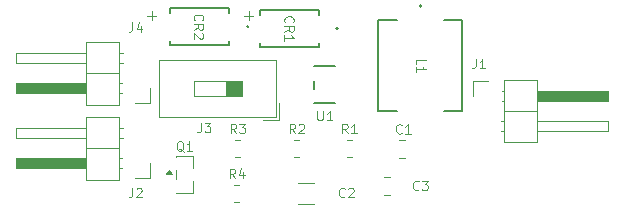
<source format=gbr>
%TF.GenerationSoftware,KiCad,Pcbnew,9.0.5*%
%TF.CreationDate,2025-11-28T10:22:16-08:00*%
%TF.ProjectId,project3_tiny_solar_power_supply,70726f6a-6563-4743-935f-74696e795f73,rev?*%
%TF.SameCoordinates,Original*%
%TF.FileFunction,Legend,Top*%
%TF.FilePolarity,Positive*%
%FSLAX46Y46*%
G04 Gerber Fmt 4.6, Leading zero omitted, Abs format (unit mm)*
G04 Created by KiCad (PCBNEW 9.0.5) date 2025-11-28 10:22:16*
%MOMM*%
%LPD*%
G01*
G04 APERTURE LIST*
%ADD10C,0.100000*%
%ADD11C,0.120000*%
%ADD12C,0.152400*%
G04 APERTURE END LIST*
D10*
X128944080Y-97607366D02*
X129705985Y-97607366D01*
X129325032Y-97988319D02*
X129325032Y-97226414D01*
X137144080Y-97607366D02*
X137905985Y-97607366D01*
X137525032Y-97988319D02*
X137525032Y-97226414D01*
X136446863Y-107578295D02*
X136180196Y-107197342D01*
X135989720Y-107578295D02*
X135989720Y-106778295D01*
X135989720Y-106778295D02*
X136294482Y-106778295D01*
X136294482Y-106778295D02*
X136370672Y-106816390D01*
X136370672Y-106816390D02*
X136408767Y-106854485D01*
X136408767Y-106854485D02*
X136446863Y-106930676D01*
X136446863Y-106930676D02*
X136446863Y-107044961D01*
X136446863Y-107044961D02*
X136408767Y-107121152D01*
X136408767Y-107121152D02*
X136370672Y-107159247D01*
X136370672Y-107159247D02*
X136294482Y-107197342D01*
X136294482Y-107197342D02*
X135989720Y-107197342D01*
X136713529Y-106778295D02*
X137208767Y-106778295D01*
X137208767Y-106778295D02*
X136942101Y-107083057D01*
X136942101Y-107083057D02*
X137056386Y-107083057D01*
X137056386Y-107083057D02*
X137132577Y-107121152D01*
X137132577Y-107121152D02*
X137170672Y-107159247D01*
X137170672Y-107159247D02*
X137208767Y-107235438D01*
X137208767Y-107235438D02*
X137208767Y-107425914D01*
X137208767Y-107425914D02*
X137170672Y-107502104D01*
X137170672Y-107502104D02*
X137132577Y-107540200D01*
X137132577Y-107540200D02*
X137056386Y-107578295D01*
X137056386Y-107578295D02*
X136827815Y-107578295D01*
X136827815Y-107578295D02*
X136751624Y-107540200D01*
X136751624Y-107540200D02*
X136713529Y-107502104D01*
X132004005Y-109129485D02*
X131927815Y-109091390D01*
X131927815Y-109091390D02*
X131851624Y-109015200D01*
X131851624Y-109015200D02*
X131737338Y-108900914D01*
X131737338Y-108900914D02*
X131661148Y-108862819D01*
X131661148Y-108862819D02*
X131584957Y-108862819D01*
X131623053Y-109053295D02*
X131546862Y-109015200D01*
X131546862Y-109015200D02*
X131470672Y-108939009D01*
X131470672Y-108939009D02*
X131432576Y-108786628D01*
X131432576Y-108786628D02*
X131432576Y-108519961D01*
X131432576Y-108519961D02*
X131470672Y-108367580D01*
X131470672Y-108367580D02*
X131546862Y-108291390D01*
X131546862Y-108291390D02*
X131623053Y-108253295D01*
X131623053Y-108253295D02*
X131775434Y-108253295D01*
X131775434Y-108253295D02*
X131851624Y-108291390D01*
X131851624Y-108291390D02*
X131927815Y-108367580D01*
X131927815Y-108367580D02*
X131965910Y-108519961D01*
X131965910Y-108519961D02*
X131965910Y-108786628D01*
X131965910Y-108786628D02*
X131927815Y-108939009D01*
X131927815Y-108939009D02*
X131851624Y-109015200D01*
X131851624Y-109015200D02*
X131775434Y-109053295D01*
X131775434Y-109053295D02*
X131623053Y-109053295D01*
X132727814Y-109053295D02*
X132270671Y-109053295D01*
X132499243Y-109053295D02*
X132499243Y-108253295D01*
X132499243Y-108253295D02*
X132423052Y-108367580D01*
X132423052Y-108367580D02*
X132346862Y-108443771D01*
X132346862Y-108443771D02*
X132270671Y-108481866D01*
X127673529Y-98180795D02*
X127673529Y-98752223D01*
X127673529Y-98752223D02*
X127635434Y-98866509D01*
X127635434Y-98866509D02*
X127559243Y-98942700D01*
X127559243Y-98942700D02*
X127444958Y-98980795D01*
X127444958Y-98980795D02*
X127368767Y-98980795D01*
X128397339Y-98447461D02*
X128397339Y-98980795D01*
X128206863Y-98142700D02*
X128016386Y-98714128D01*
X128016386Y-98714128D02*
X128511625Y-98714128D01*
X133473529Y-106680795D02*
X133473529Y-107252223D01*
X133473529Y-107252223D02*
X133435434Y-107366509D01*
X133435434Y-107366509D02*
X133359243Y-107442700D01*
X133359243Y-107442700D02*
X133244958Y-107480795D01*
X133244958Y-107480795D02*
X133168767Y-107480795D01*
X133778291Y-106680795D02*
X134273529Y-106680795D01*
X134273529Y-106680795D02*
X134006863Y-106985557D01*
X134006863Y-106985557D02*
X134121148Y-106985557D01*
X134121148Y-106985557D02*
X134197339Y-107023652D01*
X134197339Y-107023652D02*
X134235434Y-107061747D01*
X134235434Y-107061747D02*
X134273529Y-107137938D01*
X134273529Y-107137938D02*
X134273529Y-107328414D01*
X134273529Y-107328414D02*
X134235434Y-107404604D01*
X134235434Y-107404604D02*
X134197339Y-107442700D01*
X134197339Y-107442700D02*
X134121148Y-107480795D01*
X134121148Y-107480795D02*
X133892577Y-107480795D01*
X133892577Y-107480795D02*
X133816386Y-107442700D01*
X133816386Y-107442700D02*
X133778291Y-107404604D01*
X145891863Y-107578295D02*
X145625196Y-107197342D01*
X145434720Y-107578295D02*
X145434720Y-106778295D01*
X145434720Y-106778295D02*
X145739482Y-106778295D01*
X145739482Y-106778295D02*
X145815672Y-106816390D01*
X145815672Y-106816390D02*
X145853767Y-106854485D01*
X145853767Y-106854485D02*
X145891863Y-106930676D01*
X145891863Y-106930676D02*
X145891863Y-107044961D01*
X145891863Y-107044961D02*
X145853767Y-107121152D01*
X145853767Y-107121152D02*
X145815672Y-107159247D01*
X145815672Y-107159247D02*
X145739482Y-107197342D01*
X145739482Y-107197342D02*
X145434720Y-107197342D01*
X146653767Y-107578295D02*
X146196624Y-107578295D01*
X146425196Y-107578295D02*
X146425196Y-106778295D01*
X146425196Y-106778295D02*
X146349005Y-106892580D01*
X146349005Y-106892580D02*
X146272815Y-106968771D01*
X146272815Y-106968771D02*
X146196624Y-107006866D01*
X156733529Y-101280795D02*
X156733529Y-101852223D01*
X156733529Y-101852223D02*
X156695434Y-101966509D01*
X156695434Y-101966509D02*
X156619243Y-102042700D01*
X156619243Y-102042700D02*
X156504958Y-102080795D01*
X156504958Y-102080795D02*
X156428767Y-102080795D01*
X157533529Y-102080795D02*
X157076386Y-102080795D01*
X157304958Y-102080795D02*
X157304958Y-101280795D01*
X157304958Y-101280795D02*
X157228767Y-101395080D01*
X157228767Y-101395080D02*
X157152577Y-101471271D01*
X157152577Y-101471271D02*
X157076386Y-101509366D01*
X145634363Y-112917104D02*
X145596267Y-112955200D01*
X145596267Y-112955200D02*
X145481982Y-112993295D01*
X145481982Y-112993295D02*
X145405791Y-112993295D01*
X145405791Y-112993295D02*
X145291505Y-112955200D01*
X145291505Y-112955200D02*
X145215315Y-112879009D01*
X145215315Y-112879009D02*
X145177220Y-112802819D01*
X145177220Y-112802819D02*
X145139124Y-112650438D01*
X145139124Y-112650438D02*
X145139124Y-112536152D01*
X145139124Y-112536152D02*
X145177220Y-112383771D01*
X145177220Y-112383771D02*
X145215315Y-112307580D01*
X145215315Y-112307580D02*
X145291505Y-112231390D01*
X145291505Y-112231390D02*
X145405791Y-112193295D01*
X145405791Y-112193295D02*
X145481982Y-112193295D01*
X145481982Y-112193295D02*
X145596267Y-112231390D01*
X145596267Y-112231390D02*
X145634363Y-112269485D01*
X145939124Y-112269485D02*
X145977220Y-112231390D01*
X145977220Y-112231390D02*
X146053410Y-112193295D01*
X146053410Y-112193295D02*
X146243886Y-112193295D01*
X146243886Y-112193295D02*
X146320077Y-112231390D01*
X146320077Y-112231390D02*
X146358172Y-112269485D01*
X146358172Y-112269485D02*
X146396267Y-112345676D01*
X146396267Y-112345676D02*
X146396267Y-112421866D01*
X146396267Y-112421866D02*
X146358172Y-112536152D01*
X146358172Y-112536152D02*
X145901029Y-112993295D01*
X145901029Y-112993295D02*
X146396267Y-112993295D01*
X150474363Y-107517104D02*
X150436267Y-107555200D01*
X150436267Y-107555200D02*
X150321982Y-107593295D01*
X150321982Y-107593295D02*
X150245791Y-107593295D01*
X150245791Y-107593295D02*
X150131505Y-107555200D01*
X150131505Y-107555200D02*
X150055315Y-107479009D01*
X150055315Y-107479009D02*
X150017220Y-107402819D01*
X150017220Y-107402819D02*
X149979124Y-107250438D01*
X149979124Y-107250438D02*
X149979124Y-107136152D01*
X149979124Y-107136152D02*
X150017220Y-106983771D01*
X150017220Y-106983771D02*
X150055315Y-106907580D01*
X150055315Y-106907580D02*
X150131505Y-106831390D01*
X150131505Y-106831390D02*
X150245791Y-106793295D01*
X150245791Y-106793295D02*
X150321982Y-106793295D01*
X150321982Y-106793295D02*
X150436267Y-106831390D01*
X150436267Y-106831390D02*
X150474363Y-106869485D01*
X151236267Y-107593295D02*
X150779124Y-107593295D01*
X151007696Y-107593295D02*
X151007696Y-106793295D01*
X151007696Y-106793295D02*
X150931505Y-106907580D01*
X150931505Y-106907580D02*
X150855315Y-106983771D01*
X150855315Y-106983771D02*
X150779124Y-107021866D01*
X151690300Y-101707166D02*
X151690300Y-101326214D01*
X151690300Y-101326214D02*
X152490300Y-101326214D01*
X151690300Y-102392880D02*
X151690300Y-101935737D01*
X151690300Y-102164309D02*
X152490300Y-102164309D01*
X152490300Y-102164309D02*
X152376015Y-102088118D01*
X152376015Y-102088118D02*
X152299824Y-102011928D01*
X152299824Y-102011928D02*
X152261729Y-101935737D01*
X140608991Y-98179967D02*
X140570896Y-98141871D01*
X140570896Y-98141871D02*
X140532800Y-98027586D01*
X140532800Y-98027586D02*
X140532800Y-97951395D01*
X140532800Y-97951395D02*
X140570896Y-97837109D01*
X140570896Y-97837109D02*
X140647086Y-97760919D01*
X140647086Y-97760919D02*
X140723276Y-97722824D01*
X140723276Y-97722824D02*
X140875657Y-97684728D01*
X140875657Y-97684728D02*
X140989943Y-97684728D01*
X140989943Y-97684728D02*
X141142324Y-97722824D01*
X141142324Y-97722824D02*
X141218515Y-97760919D01*
X141218515Y-97760919D02*
X141294705Y-97837109D01*
X141294705Y-97837109D02*
X141332800Y-97951395D01*
X141332800Y-97951395D02*
X141332800Y-98027586D01*
X141332800Y-98027586D02*
X141294705Y-98141871D01*
X141294705Y-98141871D02*
X141256610Y-98179967D01*
X140532800Y-98979967D02*
X140913753Y-98713300D01*
X140532800Y-98522824D02*
X141332800Y-98522824D01*
X141332800Y-98522824D02*
X141332800Y-98827586D01*
X141332800Y-98827586D02*
X141294705Y-98903776D01*
X141294705Y-98903776D02*
X141256610Y-98941871D01*
X141256610Y-98941871D02*
X141180419Y-98979967D01*
X141180419Y-98979967D02*
X141066134Y-98979967D01*
X141066134Y-98979967D02*
X140989943Y-98941871D01*
X140989943Y-98941871D02*
X140951848Y-98903776D01*
X140951848Y-98903776D02*
X140913753Y-98827586D01*
X140913753Y-98827586D02*
X140913753Y-98522824D01*
X140532800Y-99741871D02*
X140532800Y-99284728D01*
X140532800Y-99513300D02*
X141332800Y-99513300D01*
X141332800Y-99513300D02*
X141218515Y-99437109D01*
X141218515Y-99437109D02*
X141142324Y-99360919D01*
X141142324Y-99360919D02*
X141104229Y-99284728D01*
X151906863Y-112299604D02*
X151868767Y-112337700D01*
X151868767Y-112337700D02*
X151754482Y-112375795D01*
X151754482Y-112375795D02*
X151678291Y-112375795D01*
X151678291Y-112375795D02*
X151564005Y-112337700D01*
X151564005Y-112337700D02*
X151487815Y-112261509D01*
X151487815Y-112261509D02*
X151449720Y-112185319D01*
X151449720Y-112185319D02*
X151411624Y-112032938D01*
X151411624Y-112032938D02*
X151411624Y-111918652D01*
X151411624Y-111918652D02*
X151449720Y-111766271D01*
X151449720Y-111766271D02*
X151487815Y-111690080D01*
X151487815Y-111690080D02*
X151564005Y-111613890D01*
X151564005Y-111613890D02*
X151678291Y-111575795D01*
X151678291Y-111575795D02*
X151754482Y-111575795D01*
X151754482Y-111575795D02*
X151868767Y-111613890D01*
X151868767Y-111613890D02*
X151906863Y-111651985D01*
X152173529Y-111575795D02*
X152668767Y-111575795D01*
X152668767Y-111575795D02*
X152402101Y-111880557D01*
X152402101Y-111880557D02*
X152516386Y-111880557D01*
X152516386Y-111880557D02*
X152592577Y-111918652D01*
X152592577Y-111918652D02*
X152630672Y-111956747D01*
X152630672Y-111956747D02*
X152668767Y-112032938D01*
X152668767Y-112032938D02*
X152668767Y-112223414D01*
X152668767Y-112223414D02*
X152630672Y-112299604D01*
X152630672Y-112299604D02*
X152592577Y-112337700D01*
X152592577Y-112337700D02*
X152516386Y-112375795D01*
X152516386Y-112375795D02*
X152287815Y-112375795D01*
X152287815Y-112375795D02*
X152211624Y-112337700D01*
X152211624Y-112337700D02*
X152173529Y-112299604D01*
X143330672Y-105680795D02*
X143330672Y-106328414D01*
X143330672Y-106328414D02*
X143368767Y-106404604D01*
X143368767Y-106404604D02*
X143406862Y-106442700D01*
X143406862Y-106442700D02*
X143483053Y-106480795D01*
X143483053Y-106480795D02*
X143635434Y-106480795D01*
X143635434Y-106480795D02*
X143711624Y-106442700D01*
X143711624Y-106442700D02*
X143749719Y-106404604D01*
X143749719Y-106404604D02*
X143787815Y-106328414D01*
X143787815Y-106328414D02*
X143787815Y-105680795D01*
X144587814Y-106480795D02*
X144130671Y-106480795D01*
X144359243Y-106480795D02*
X144359243Y-105680795D01*
X144359243Y-105680795D02*
X144283052Y-105795080D01*
X144283052Y-105795080D02*
X144206862Y-105871271D01*
X144206862Y-105871271D02*
X144130671Y-105909366D01*
X127673529Y-112180795D02*
X127673529Y-112752223D01*
X127673529Y-112752223D02*
X127635434Y-112866509D01*
X127635434Y-112866509D02*
X127559243Y-112942700D01*
X127559243Y-112942700D02*
X127444958Y-112980795D01*
X127444958Y-112980795D02*
X127368767Y-112980795D01*
X128016386Y-112256985D02*
X128054482Y-112218890D01*
X128054482Y-112218890D02*
X128130672Y-112180795D01*
X128130672Y-112180795D02*
X128321148Y-112180795D01*
X128321148Y-112180795D02*
X128397339Y-112218890D01*
X128397339Y-112218890D02*
X128435434Y-112256985D01*
X128435434Y-112256985D02*
X128473529Y-112333176D01*
X128473529Y-112333176D02*
X128473529Y-112409366D01*
X128473529Y-112409366D02*
X128435434Y-112523652D01*
X128435434Y-112523652D02*
X127978291Y-112980795D01*
X127978291Y-112980795D02*
X128473529Y-112980795D01*
X141446863Y-107578295D02*
X141180196Y-107197342D01*
X140989720Y-107578295D02*
X140989720Y-106778295D01*
X140989720Y-106778295D02*
X141294482Y-106778295D01*
X141294482Y-106778295D02*
X141370672Y-106816390D01*
X141370672Y-106816390D02*
X141408767Y-106854485D01*
X141408767Y-106854485D02*
X141446863Y-106930676D01*
X141446863Y-106930676D02*
X141446863Y-107044961D01*
X141446863Y-107044961D02*
X141408767Y-107121152D01*
X141408767Y-107121152D02*
X141370672Y-107159247D01*
X141370672Y-107159247D02*
X141294482Y-107197342D01*
X141294482Y-107197342D02*
X140989720Y-107197342D01*
X141751624Y-106854485D02*
X141789720Y-106816390D01*
X141789720Y-106816390D02*
X141865910Y-106778295D01*
X141865910Y-106778295D02*
X142056386Y-106778295D01*
X142056386Y-106778295D02*
X142132577Y-106816390D01*
X142132577Y-106816390D02*
X142170672Y-106854485D01*
X142170672Y-106854485D02*
X142208767Y-106930676D01*
X142208767Y-106930676D02*
X142208767Y-107006866D01*
X142208767Y-107006866D02*
X142170672Y-107121152D01*
X142170672Y-107121152D02*
X141713529Y-107578295D01*
X141713529Y-107578295D02*
X142208767Y-107578295D01*
X132954391Y-98014867D02*
X132916296Y-97976771D01*
X132916296Y-97976771D02*
X132878200Y-97862486D01*
X132878200Y-97862486D02*
X132878200Y-97786295D01*
X132878200Y-97786295D02*
X132916296Y-97672009D01*
X132916296Y-97672009D02*
X132992486Y-97595819D01*
X132992486Y-97595819D02*
X133068676Y-97557724D01*
X133068676Y-97557724D02*
X133221057Y-97519628D01*
X133221057Y-97519628D02*
X133335343Y-97519628D01*
X133335343Y-97519628D02*
X133487724Y-97557724D01*
X133487724Y-97557724D02*
X133563915Y-97595819D01*
X133563915Y-97595819D02*
X133640105Y-97672009D01*
X133640105Y-97672009D02*
X133678200Y-97786295D01*
X133678200Y-97786295D02*
X133678200Y-97862486D01*
X133678200Y-97862486D02*
X133640105Y-97976771D01*
X133640105Y-97976771D02*
X133602010Y-98014867D01*
X132878200Y-98814867D02*
X133259153Y-98548200D01*
X132878200Y-98357724D02*
X133678200Y-98357724D01*
X133678200Y-98357724D02*
X133678200Y-98662486D01*
X133678200Y-98662486D02*
X133640105Y-98738676D01*
X133640105Y-98738676D02*
X133602010Y-98776771D01*
X133602010Y-98776771D02*
X133525819Y-98814867D01*
X133525819Y-98814867D02*
X133411534Y-98814867D01*
X133411534Y-98814867D02*
X133335343Y-98776771D01*
X133335343Y-98776771D02*
X133297248Y-98738676D01*
X133297248Y-98738676D02*
X133259153Y-98662486D01*
X133259153Y-98662486D02*
X133259153Y-98357724D01*
X133602010Y-99119628D02*
X133640105Y-99157724D01*
X133640105Y-99157724D02*
X133678200Y-99233914D01*
X133678200Y-99233914D02*
X133678200Y-99424390D01*
X133678200Y-99424390D02*
X133640105Y-99500581D01*
X133640105Y-99500581D02*
X133602010Y-99538676D01*
X133602010Y-99538676D02*
X133525819Y-99576771D01*
X133525819Y-99576771D02*
X133449629Y-99576771D01*
X133449629Y-99576771D02*
X133335343Y-99538676D01*
X133335343Y-99538676D02*
X132878200Y-99081533D01*
X132878200Y-99081533D02*
X132878200Y-99576771D01*
X136366863Y-111388295D02*
X136100196Y-111007342D01*
X135909720Y-111388295D02*
X135909720Y-110588295D01*
X135909720Y-110588295D02*
X136214482Y-110588295D01*
X136214482Y-110588295D02*
X136290672Y-110626390D01*
X136290672Y-110626390D02*
X136328767Y-110664485D01*
X136328767Y-110664485D02*
X136366863Y-110740676D01*
X136366863Y-110740676D02*
X136366863Y-110854961D01*
X136366863Y-110854961D02*
X136328767Y-110931152D01*
X136328767Y-110931152D02*
X136290672Y-110969247D01*
X136290672Y-110969247D02*
X136214482Y-111007342D01*
X136214482Y-111007342D02*
X135909720Y-111007342D01*
X137052577Y-110854961D02*
X137052577Y-111388295D01*
X136862101Y-110550200D02*
X136671624Y-111121628D01*
X136671624Y-111121628D02*
X137166863Y-111121628D01*
D11*
%TO.C,R3*%
X136807260Y-109598400D02*
X136353132Y-109598400D01*
X136807260Y-108128400D02*
X136353132Y-108128400D01*
%TO.C,Q1*%
X131320196Y-109528400D02*
X132840196Y-109528400D01*
X131320196Y-109578400D02*
X131320196Y-109528400D01*
X131320196Y-111478400D02*
X131320196Y-110698400D01*
X131320196Y-112648400D02*
X131320196Y-112598400D01*
X132840196Y-109528400D02*
X132840196Y-110528400D01*
X132840196Y-111648400D02*
X132840196Y-112648400D01*
X132840196Y-112648400D02*
X131320196Y-112648400D01*
X131020196Y-111038400D02*
X130540196Y-111038400D01*
X130780196Y-110708400D01*
X131020196Y-111038400D01*
G36*
X131020196Y-111038400D02*
G01*
X130540196Y-111038400D01*
X130780196Y-110708400D01*
X131020196Y-111038400D01*
G37*
%TO.C,J4*%
X117775196Y-100800900D02*
X123775196Y-100800900D01*
X117775196Y-101660900D02*
X117775196Y-100800900D01*
X123775196Y-99850900D02*
X123775196Y-105150900D01*
X123775196Y-101660900D02*
X117775196Y-101660900D01*
X123775196Y-105150900D02*
X126535196Y-105150900D01*
X126535196Y-99850900D02*
X123775196Y-99850900D01*
X126535196Y-102500900D02*
X123775196Y-102500900D01*
X126535196Y-105150900D02*
X126535196Y-99850900D01*
X126765196Y-103340900D02*
X126535196Y-103340900D01*
X126765196Y-104200900D02*
X126535196Y-104200900D01*
X126847838Y-100800900D02*
X126535196Y-100800900D01*
X126847838Y-101660900D02*
X126535196Y-101660900D01*
X129195196Y-103770900D02*
X129195196Y-105040900D01*
X129195196Y-105040900D02*
X127925196Y-105040900D01*
X123775196Y-104200900D02*
X117775196Y-104200900D01*
X117775196Y-103340900D01*
X123775196Y-103340900D01*
X123775196Y-104200900D01*
G36*
X123775196Y-104200900D02*
G01*
X117775196Y-104200900D01*
X117775196Y-103340900D01*
X123775196Y-103340900D01*
X123775196Y-104200900D01*
G37*
%TO.C,J3*%
X129960196Y-106190900D02*
X129960196Y-101350900D01*
X135586863Y-104405900D02*
X135586863Y-103135900D01*
X139860196Y-101350900D02*
X129960196Y-101350900D01*
X139860196Y-106190900D02*
X129960196Y-106190900D01*
X139860196Y-106190900D02*
X139860196Y-101350900D01*
X140100196Y-106430900D02*
X138717196Y-106430900D01*
X140100196Y-106430900D02*
X140100196Y-105047900D01*
X136940196Y-104405900D02*
X132880196Y-104405900D01*
X132880196Y-103135900D01*
X136940196Y-103135900D01*
X136940196Y-104405900D01*
X136940196Y-104405900D02*
X135586863Y-104405900D01*
X135586863Y-103135900D01*
X136940196Y-103135900D01*
X136940196Y-104405900D01*
G36*
X136940196Y-104405900D02*
G01*
X135586863Y-104405900D01*
X135586863Y-103135900D01*
X136940196Y-103135900D01*
X136940196Y-104405900D01*
G37*
%TO.C,R1*%
X145798132Y-108128400D02*
X146252260Y-108128400D01*
X145798132Y-109598400D02*
X146252260Y-109598400D01*
%TO.C,J1*%
X156500196Y-103135900D02*
X157770196Y-103135900D01*
X156500196Y-104405900D02*
X156500196Y-103135900D01*
X158847554Y-106515900D02*
X159160196Y-106515900D01*
X158847554Y-107375900D02*
X159160196Y-107375900D01*
X158930196Y-103975900D02*
X159160196Y-103975900D01*
X158930196Y-104835900D02*
X159160196Y-104835900D01*
X159160196Y-103025900D02*
X159160196Y-108325900D01*
X159160196Y-105675900D02*
X161920196Y-105675900D01*
X159160196Y-108325900D02*
X161920196Y-108325900D01*
X161920196Y-103025900D02*
X159160196Y-103025900D01*
X161920196Y-106515900D02*
X167920196Y-106515900D01*
X161920196Y-108325900D02*
X161920196Y-103025900D01*
X167920196Y-106515900D02*
X167920196Y-107375900D01*
X167920196Y-107375900D02*
X161920196Y-107375900D01*
X161920196Y-103975900D02*
X167920196Y-103975900D01*
X167920196Y-104835900D01*
X161920196Y-104835900D01*
X161920196Y-103975900D01*
G36*
X161920196Y-103975900D02*
G01*
X167920196Y-103975900D01*
X167920196Y-104835900D01*
X161920196Y-104835900D01*
X161920196Y-103975900D01*
G37*
%TO.C,C2*%
X143078948Y-111763400D02*
X141656444Y-111763400D01*
X143078948Y-113583400D02*
X141656444Y-113583400D01*
%TO.C,C1*%
X150768948Y-108158400D02*
X150246444Y-108158400D01*
X150768948Y-109628400D02*
X150246444Y-109628400D01*
D12*
%TO.C,L1*%
X148499196Y-97967000D02*
X148499196Y-105714000D01*
X148499196Y-105714000D02*
X150071456Y-105714000D01*
X150071456Y-97967000D02*
X148499196Y-97967000D01*
X154038936Y-105714000D02*
X155611196Y-105714000D01*
X155611196Y-97967000D02*
X154038936Y-97967000D01*
X155611196Y-105714000D02*
X155611196Y-97967000D01*
X152131396Y-96824000D02*
G75*
G02*
X151978996Y-96824000I-76200J0D01*
G01*
X151978996Y-96824000D02*
G75*
G02*
X152131396Y-96824000I76200J0D01*
G01*
%TO.C,CR1*%
X138470596Y-97103200D02*
X138470596Y-97519760D01*
X138470596Y-99887040D02*
X138470596Y-100303600D01*
X138470596Y-100303600D02*
X143474396Y-100303600D01*
X143474396Y-97103200D02*
X138470596Y-97103200D01*
X143474396Y-97519760D02*
X143474396Y-97103200D01*
X143474396Y-100303600D02*
X143474396Y-99887040D01*
X145087296Y-98703400D02*
G75*
G02*
X144934896Y-98703400I-76200J0D01*
G01*
X144934896Y-98703400D02*
G75*
G02*
X145087296Y-98703400I76200J0D01*
G01*
D11*
%TO.C,C3*%
X148938944Y-111290900D02*
X149461448Y-111290900D01*
X148938944Y-112760900D02*
X149461448Y-112760900D01*
D12*
%TO.C,U1*%
X143036246Y-103125540D02*
X143036246Y-103801262D01*
X143036246Y-105038201D02*
X144839646Y-105038201D01*
X144839646Y-101888601D02*
X143036246Y-101888601D01*
D11*
%TO.C,J2*%
X117775196Y-107150900D02*
X123775196Y-107150900D01*
X117775196Y-108010900D02*
X117775196Y-107150900D01*
X123775196Y-106200900D02*
X123775196Y-111500900D01*
X123775196Y-108010900D02*
X117775196Y-108010900D01*
X123775196Y-111500900D02*
X126535196Y-111500900D01*
X126535196Y-106200900D02*
X123775196Y-106200900D01*
X126535196Y-108850900D02*
X123775196Y-108850900D01*
X126535196Y-111500900D02*
X126535196Y-106200900D01*
X126765196Y-109690900D02*
X126535196Y-109690900D01*
X126765196Y-110550900D02*
X126535196Y-110550900D01*
X126847838Y-107150900D02*
X126535196Y-107150900D01*
X126847838Y-108010900D02*
X126535196Y-108010900D01*
X129195196Y-110120900D02*
X129195196Y-111390900D01*
X129195196Y-111390900D02*
X127925196Y-111390900D01*
X123775196Y-110550900D02*
X117775196Y-110550900D01*
X117775196Y-109690900D01*
X123775196Y-109690900D01*
X123775196Y-110550900D01*
G36*
X123775196Y-110550900D02*
G01*
X117775196Y-110550900D01*
X117775196Y-109690900D01*
X123775196Y-109690900D01*
X123775196Y-110550900D01*
G37*
%TO.C,R2*%
X141353132Y-108128400D02*
X141807260Y-108128400D01*
X141353132Y-109598400D02*
X141807260Y-109598400D01*
D12*
%TO.C,CR2*%
X130875996Y-96938100D02*
X130875996Y-97354660D01*
X130875996Y-99721940D02*
X130875996Y-100138500D01*
X130875996Y-100138500D02*
X135879796Y-100138500D01*
X135879796Y-96938100D02*
X130875996Y-96938100D01*
X135879796Y-97354660D02*
X135879796Y-96938100D01*
X135879796Y-100138500D02*
X135879796Y-99721940D01*
X137492696Y-98538300D02*
G75*
G02*
X137340296Y-98538300I-76200J0D01*
G01*
X137340296Y-98538300D02*
G75*
G02*
X137492696Y-98538300I76200J0D01*
G01*
D11*
%TO.C,R4*%
X136273132Y-111938400D02*
X136727260Y-111938400D01*
X136273132Y-113408400D02*
X136727260Y-113408400D01*
%TD*%
M02*

</source>
